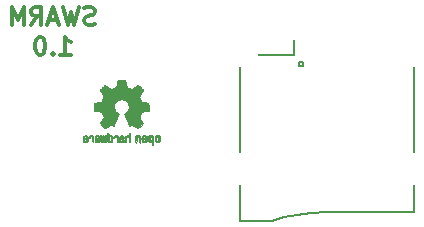
<source format=gbo>
G04 #@! TF.FileFunction,Legend,Bot*
%FSLAX46Y46*%
G04 Gerber Fmt 4.6, Leading zero omitted, Abs format (unit mm)*
G04 Created by KiCad (PCBNEW 4.0.5) date 12/27/16 09:40:05*
%MOMM*%
%LPD*%
G01*
G04 APERTURE LIST*
%ADD10C,0.100000*%
%ADD11C,0.300000*%
%ADD12C,0.150000*%
%ADD13C,0.010000*%
%ADD14C,3.400000*%
%ADD15R,2.127200X2.127200*%
%ADD16O,2.127200X2.127200*%
%ADD17R,2.432000X2.127200*%
%ADD18O,2.432000X2.127200*%
%ADD19C,1.299160*%
%ADD20R,1.600000X2.600000*%
%ADD21R,2.000000X1.800000*%
%ADD22R,1.600000X1.800000*%
%ADD23R,1.100000X2.000000*%
G04 APERTURE END LIST*
D10*
D11*
X109385714Y-82332143D02*
X109171428Y-82403571D01*
X108814285Y-82403571D01*
X108671428Y-82332143D01*
X108599999Y-82260714D01*
X108528571Y-82117857D01*
X108528571Y-81975000D01*
X108599999Y-81832143D01*
X108671428Y-81760714D01*
X108814285Y-81689286D01*
X109099999Y-81617857D01*
X109242857Y-81546429D01*
X109314285Y-81475000D01*
X109385714Y-81332143D01*
X109385714Y-81189286D01*
X109314285Y-81046429D01*
X109242857Y-80975000D01*
X109099999Y-80903571D01*
X108742857Y-80903571D01*
X108528571Y-80975000D01*
X108028571Y-80903571D02*
X107671428Y-82403571D01*
X107385714Y-81332143D01*
X107100000Y-82403571D01*
X106742857Y-80903571D01*
X106242857Y-81975000D02*
X105528571Y-81975000D01*
X106385714Y-82403571D02*
X105885714Y-80903571D01*
X105385714Y-82403571D01*
X104028571Y-82403571D02*
X104528571Y-81689286D01*
X104885714Y-82403571D02*
X104885714Y-80903571D01*
X104314286Y-80903571D01*
X104171428Y-80975000D01*
X104100000Y-81046429D01*
X104028571Y-81189286D01*
X104028571Y-81403571D01*
X104100000Y-81546429D01*
X104171428Y-81617857D01*
X104314286Y-81689286D01*
X104885714Y-81689286D01*
X103385714Y-82403571D02*
X103385714Y-80903571D01*
X102885714Y-81975000D01*
X102385714Y-80903571D01*
X102385714Y-82403571D01*
X106492857Y-84953571D02*
X107350000Y-84953571D01*
X106921428Y-84953571D02*
X106921428Y-83453571D01*
X107064285Y-83667857D01*
X107207143Y-83810714D01*
X107350000Y-83882143D01*
X105850000Y-84810714D02*
X105778572Y-84882143D01*
X105850000Y-84953571D01*
X105921429Y-84882143D01*
X105850000Y-84810714D01*
X105850000Y-84953571D01*
X104850000Y-83453571D02*
X104707143Y-83453571D01*
X104564286Y-83525000D01*
X104492857Y-83596429D01*
X104421428Y-83739286D01*
X104350000Y-84025000D01*
X104350000Y-84382143D01*
X104421428Y-84667857D01*
X104492857Y-84810714D01*
X104564286Y-84882143D01*
X104707143Y-84953571D01*
X104850000Y-84953571D01*
X104992857Y-84882143D01*
X105064286Y-84810714D01*
X105135714Y-84667857D01*
X105207143Y-84382143D01*
X105207143Y-84025000D01*
X105135714Y-83739286D01*
X105064286Y-83596429D01*
X104992857Y-83525000D01*
X104850000Y-83453571D01*
D12*
X136400000Y-98300000D02*
X129050000Y-98300000D01*
X129050000Y-98300000D02*
X127700000Y-98350000D01*
X127700000Y-98350000D02*
X126550000Y-98500000D01*
X126550000Y-98500000D02*
X125450000Y-98700000D01*
X125450000Y-98700000D02*
X124400000Y-99000000D01*
X126250000Y-85000000D02*
X126250000Y-83700000D01*
X136400000Y-93200000D02*
X136400000Y-86000000D01*
X136400000Y-96000000D02*
X136400000Y-98300000D01*
X124400000Y-99000000D02*
X121700000Y-99000000D01*
X121700000Y-99000000D02*
X121700000Y-96000000D01*
X121700000Y-86000000D02*
X121700000Y-93200000D01*
X126700000Y-85600000D02*
X127000000Y-85600000D01*
X127000000Y-85600000D02*
X127000000Y-85900000D01*
X127000000Y-85900000D02*
X126700000Y-85900000D01*
X126700000Y-85900000D02*
X126700000Y-85600000D01*
X126250000Y-85000000D02*
X123250000Y-85000000D01*
D13*
G36*
X114060256Y-91739918D02*
X114004799Y-91767568D01*
X113955852Y-91818480D01*
X113942371Y-91837338D01*
X113927686Y-91862015D01*
X113918158Y-91888816D01*
X113912707Y-91924587D01*
X113910253Y-91976169D01*
X113909714Y-92044267D01*
X113912148Y-92137588D01*
X113920606Y-92207657D01*
X113936826Y-92259931D01*
X113962546Y-92299869D01*
X113999503Y-92332929D01*
X114002218Y-92334886D01*
X114038640Y-92354908D01*
X114082498Y-92364815D01*
X114138276Y-92367257D01*
X114228952Y-92367257D01*
X114228990Y-92455283D01*
X114229834Y-92504308D01*
X114234976Y-92533065D01*
X114248413Y-92550311D01*
X114274142Y-92564808D01*
X114280321Y-92567769D01*
X114309236Y-92581648D01*
X114331624Y-92590414D01*
X114348271Y-92591171D01*
X114359964Y-92581023D01*
X114367490Y-92557073D01*
X114371634Y-92516426D01*
X114373185Y-92456186D01*
X114372929Y-92373455D01*
X114371651Y-92265339D01*
X114371252Y-92233000D01*
X114369815Y-92121524D01*
X114368528Y-92048603D01*
X114229029Y-92048603D01*
X114228245Y-92110499D01*
X114224760Y-92150997D01*
X114216876Y-92177708D01*
X114202895Y-92198244D01*
X114193403Y-92208260D01*
X114154596Y-92237567D01*
X114120237Y-92239952D01*
X114084784Y-92215750D01*
X114083886Y-92214857D01*
X114069461Y-92196153D01*
X114060687Y-92170732D01*
X114056261Y-92131584D01*
X114054882Y-92071697D01*
X114054857Y-92058430D01*
X114058188Y-91975901D01*
X114069031Y-91918691D01*
X114088660Y-91883766D01*
X114118350Y-91868094D01*
X114135509Y-91866514D01*
X114176234Y-91873926D01*
X114204168Y-91898330D01*
X114220983Y-91942980D01*
X114228350Y-92011130D01*
X114229029Y-92048603D01*
X114368528Y-92048603D01*
X114368292Y-92035245D01*
X114366323Y-91970333D01*
X114363550Y-91922958D01*
X114359612Y-91889290D01*
X114354151Y-91865498D01*
X114346808Y-91847753D01*
X114337223Y-91832224D01*
X114333113Y-91826381D01*
X114278595Y-91771185D01*
X114209664Y-91739890D01*
X114129928Y-91731165D01*
X114060256Y-91739918D01*
X114060256Y-91739918D01*
G37*
X114060256Y-91739918D02*
X114004799Y-91767568D01*
X113955852Y-91818480D01*
X113942371Y-91837338D01*
X113927686Y-91862015D01*
X113918158Y-91888816D01*
X113912707Y-91924587D01*
X113910253Y-91976169D01*
X113909714Y-92044267D01*
X113912148Y-92137588D01*
X113920606Y-92207657D01*
X113936826Y-92259931D01*
X113962546Y-92299869D01*
X113999503Y-92332929D01*
X114002218Y-92334886D01*
X114038640Y-92354908D01*
X114082498Y-92364815D01*
X114138276Y-92367257D01*
X114228952Y-92367257D01*
X114228990Y-92455283D01*
X114229834Y-92504308D01*
X114234976Y-92533065D01*
X114248413Y-92550311D01*
X114274142Y-92564808D01*
X114280321Y-92567769D01*
X114309236Y-92581648D01*
X114331624Y-92590414D01*
X114348271Y-92591171D01*
X114359964Y-92581023D01*
X114367490Y-92557073D01*
X114371634Y-92516426D01*
X114373185Y-92456186D01*
X114372929Y-92373455D01*
X114371651Y-92265339D01*
X114371252Y-92233000D01*
X114369815Y-92121524D01*
X114368528Y-92048603D01*
X114229029Y-92048603D01*
X114228245Y-92110499D01*
X114224760Y-92150997D01*
X114216876Y-92177708D01*
X114202895Y-92198244D01*
X114193403Y-92208260D01*
X114154596Y-92237567D01*
X114120237Y-92239952D01*
X114084784Y-92215750D01*
X114083886Y-92214857D01*
X114069461Y-92196153D01*
X114060687Y-92170732D01*
X114056261Y-92131584D01*
X114054882Y-92071697D01*
X114054857Y-92058430D01*
X114058188Y-91975901D01*
X114069031Y-91918691D01*
X114088660Y-91883766D01*
X114118350Y-91868094D01*
X114135509Y-91866514D01*
X114176234Y-91873926D01*
X114204168Y-91898330D01*
X114220983Y-91942980D01*
X114228350Y-92011130D01*
X114229029Y-92048603D01*
X114368528Y-92048603D01*
X114368292Y-92035245D01*
X114366323Y-91970333D01*
X114363550Y-91922958D01*
X114359612Y-91889290D01*
X114354151Y-91865498D01*
X114346808Y-91847753D01*
X114337223Y-91832224D01*
X114333113Y-91826381D01*
X114278595Y-91771185D01*
X114209664Y-91739890D01*
X114129928Y-91731165D01*
X114060256Y-91739918D01*
G36*
X112943907Y-91747780D02*
X112897328Y-91774723D01*
X112864943Y-91801466D01*
X112841258Y-91829484D01*
X112824941Y-91863748D01*
X112814661Y-91909227D01*
X112809086Y-91970892D01*
X112806884Y-92053711D01*
X112806629Y-92113246D01*
X112806629Y-92332391D01*
X112868314Y-92360044D01*
X112930000Y-92387697D01*
X112937257Y-92147670D01*
X112940256Y-92058028D01*
X112943402Y-91992962D01*
X112947299Y-91948026D01*
X112952553Y-91918770D01*
X112959769Y-91900748D01*
X112969550Y-91889511D01*
X112972688Y-91887079D01*
X113020239Y-91868083D01*
X113068303Y-91875600D01*
X113096914Y-91895543D01*
X113108553Y-91909675D01*
X113116609Y-91928220D01*
X113121729Y-91956334D01*
X113124559Y-91999173D01*
X113125744Y-92061895D01*
X113125943Y-92127261D01*
X113125982Y-92209268D01*
X113127386Y-92267316D01*
X113132086Y-92306465D01*
X113142013Y-92331780D01*
X113159097Y-92348323D01*
X113185268Y-92361156D01*
X113220225Y-92374491D01*
X113258404Y-92389007D01*
X113253859Y-92131389D01*
X113252029Y-92038519D01*
X113249888Y-91969889D01*
X113246819Y-91920711D01*
X113242206Y-91886198D01*
X113235432Y-91861562D01*
X113225881Y-91842016D01*
X113214366Y-91824770D01*
X113158810Y-91769680D01*
X113091020Y-91737822D01*
X113017287Y-91730191D01*
X112943907Y-91747780D01*
X112943907Y-91747780D01*
G37*
X112943907Y-91747780D02*
X112897328Y-91774723D01*
X112864943Y-91801466D01*
X112841258Y-91829484D01*
X112824941Y-91863748D01*
X112814661Y-91909227D01*
X112809086Y-91970892D01*
X112806884Y-92053711D01*
X112806629Y-92113246D01*
X112806629Y-92332391D01*
X112868314Y-92360044D01*
X112930000Y-92387697D01*
X112937257Y-92147670D01*
X112940256Y-92058028D01*
X112943402Y-91992962D01*
X112947299Y-91948026D01*
X112952553Y-91918770D01*
X112959769Y-91900748D01*
X112969550Y-91889511D01*
X112972688Y-91887079D01*
X113020239Y-91868083D01*
X113068303Y-91875600D01*
X113096914Y-91895543D01*
X113108553Y-91909675D01*
X113116609Y-91928220D01*
X113121729Y-91956334D01*
X113124559Y-91999173D01*
X113125744Y-92061895D01*
X113125943Y-92127261D01*
X113125982Y-92209268D01*
X113127386Y-92267316D01*
X113132086Y-92306465D01*
X113142013Y-92331780D01*
X113159097Y-92348323D01*
X113185268Y-92361156D01*
X113220225Y-92374491D01*
X113258404Y-92389007D01*
X113253859Y-92131389D01*
X113252029Y-92038519D01*
X113249888Y-91969889D01*
X113246819Y-91920711D01*
X113242206Y-91886198D01*
X113235432Y-91861562D01*
X113225881Y-91842016D01*
X113214366Y-91824770D01*
X113158810Y-91769680D01*
X113091020Y-91737822D01*
X113017287Y-91730191D01*
X112943907Y-91747780D01*
G36*
X114618885Y-91741962D02*
X114550855Y-91777733D01*
X114500649Y-91835301D01*
X114482815Y-91872312D01*
X114468937Y-91927882D01*
X114461833Y-91998096D01*
X114461160Y-92074727D01*
X114466573Y-92149552D01*
X114477730Y-92214342D01*
X114494286Y-92260873D01*
X114499374Y-92268887D01*
X114559645Y-92328707D01*
X114631231Y-92364535D01*
X114708908Y-92375020D01*
X114787452Y-92358810D01*
X114809311Y-92349092D01*
X114851878Y-92319143D01*
X114889237Y-92279433D01*
X114892768Y-92274397D01*
X114907119Y-92250124D01*
X114916606Y-92224178D01*
X114922210Y-92190022D01*
X114924914Y-92141119D01*
X114925701Y-92070935D01*
X114925714Y-92055200D01*
X114925678Y-92050192D01*
X114780571Y-92050192D01*
X114779727Y-92116430D01*
X114776404Y-92160386D01*
X114769417Y-92188779D01*
X114757584Y-92208325D01*
X114751543Y-92214857D01*
X114716814Y-92239680D01*
X114683097Y-92238548D01*
X114649005Y-92217016D01*
X114628671Y-92194029D01*
X114616629Y-92160478D01*
X114609866Y-92107569D01*
X114609402Y-92101399D01*
X114608248Y-92005513D01*
X114620312Y-91934299D01*
X114645430Y-91888194D01*
X114683440Y-91867635D01*
X114697008Y-91866514D01*
X114732636Y-91872152D01*
X114757006Y-91891686D01*
X114771907Y-91929042D01*
X114779125Y-91988150D01*
X114780571Y-92050192D01*
X114925678Y-92050192D01*
X114925174Y-91980413D01*
X114922904Y-91928159D01*
X114917932Y-91891949D01*
X114909287Y-91865299D01*
X114895995Y-91841722D01*
X114893057Y-91837338D01*
X114843687Y-91778249D01*
X114789891Y-91743947D01*
X114724398Y-91730331D01*
X114702158Y-91729665D01*
X114618885Y-91741962D01*
X114618885Y-91741962D01*
G37*
X114618885Y-91741962D02*
X114550855Y-91777733D01*
X114500649Y-91835301D01*
X114482815Y-91872312D01*
X114468937Y-91927882D01*
X114461833Y-91998096D01*
X114461160Y-92074727D01*
X114466573Y-92149552D01*
X114477730Y-92214342D01*
X114494286Y-92260873D01*
X114499374Y-92268887D01*
X114559645Y-92328707D01*
X114631231Y-92364535D01*
X114708908Y-92375020D01*
X114787452Y-92358810D01*
X114809311Y-92349092D01*
X114851878Y-92319143D01*
X114889237Y-92279433D01*
X114892768Y-92274397D01*
X114907119Y-92250124D01*
X114916606Y-92224178D01*
X114922210Y-92190022D01*
X114924914Y-92141119D01*
X114925701Y-92070935D01*
X114925714Y-92055200D01*
X114925678Y-92050192D01*
X114780571Y-92050192D01*
X114779727Y-92116430D01*
X114776404Y-92160386D01*
X114769417Y-92188779D01*
X114757584Y-92208325D01*
X114751543Y-92214857D01*
X114716814Y-92239680D01*
X114683097Y-92238548D01*
X114649005Y-92217016D01*
X114628671Y-92194029D01*
X114616629Y-92160478D01*
X114609866Y-92107569D01*
X114609402Y-92101399D01*
X114608248Y-92005513D01*
X114620312Y-91934299D01*
X114645430Y-91888194D01*
X114683440Y-91867635D01*
X114697008Y-91866514D01*
X114732636Y-91872152D01*
X114757006Y-91891686D01*
X114771907Y-91929042D01*
X114779125Y-91988150D01*
X114780571Y-92050192D01*
X114925678Y-92050192D01*
X114925174Y-91980413D01*
X114922904Y-91928159D01*
X114917932Y-91891949D01*
X114909287Y-91865299D01*
X114895995Y-91841722D01*
X114893057Y-91837338D01*
X114843687Y-91778249D01*
X114789891Y-91743947D01*
X114724398Y-91730331D01*
X114702158Y-91729665D01*
X114618885Y-91741962D01*
G36*
X113491697Y-91751239D02*
X113434473Y-91789735D01*
X113390251Y-91845335D01*
X113363833Y-91916086D01*
X113358490Y-91968162D01*
X113359097Y-91989893D01*
X113364178Y-92006531D01*
X113378145Y-92021437D01*
X113405411Y-92037973D01*
X113450388Y-92059498D01*
X113517489Y-92089374D01*
X113517829Y-92089524D01*
X113579593Y-92117813D01*
X113630241Y-92142933D01*
X113664596Y-92162179D01*
X113677482Y-92172848D01*
X113677486Y-92172934D01*
X113666128Y-92196166D01*
X113639569Y-92221774D01*
X113609077Y-92240221D01*
X113593630Y-92243886D01*
X113551485Y-92231212D01*
X113515192Y-92199471D01*
X113497483Y-92164572D01*
X113480448Y-92138845D01*
X113447078Y-92109546D01*
X113407851Y-92084235D01*
X113373244Y-92070471D01*
X113366007Y-92069714D01*
X113357861Y-92082160D01*
X113357370Y-92113972D01*
X113363357Y-92156866D01*
X113374643Y-92202558D01*
X113390050Y-92242761D01*
X113390829Y-92244322D01*
X113437196Y-92309062D01*
X113497289Y-92353097D01*
X113565535Y-92374711D01*
X113636362Y-92372185D01*
X113704196Y-92343804D01*
X113707212Y-92341808D01*
X113760573Y-92293448D01*
X113795660Y-92230352D01*
X113815078Y-92147387D01*
X113817684Y-92124078D01*
X113822299Y-92014055D01*
X113816767Y-91962748D01*
X113677486Y-91962748D01*
X113675676Y-91994753D01*
X113665778Y-92004093D01*
X113641102Y-91997105D01*
X113602205Y-91980587D01*
X113558725Y-91959881D01*
X113557644Y-91959333D01*
X113520791Y-91939949D01*
X113506000Y-91927013D01*
X113509647Y-91913451D01*
X113525005Y-91895632D01*
X113564077Y-91869845D01*
X113606154Y-91867950D01*
X113643897Y-91886717D01*
X113669966Y-91922915D01*
X113677486Y-91962748D01*
X113816767Y-91962748D01*
X113812806Y-91926027D01*
X113788450Y-91856212D01*
X113754544Y-91807302D01*
X113693347Y-91757878D01*
X113625937Y-91733359D01*
X113557120Y-91731797D01*
X113491697Y-91751239D01*
X113491697Y-91751239D01*
G37*
X113491697Y-91751239D02*
X113434473Y-91789735D01*
X113390251Y-91845335D01*
X113363833Y-91916086D01*
X113358490Y-91968162D01*
X113359097Y-91989893D01*
X113364178Y-92006531D01*
X113378145Y-92021437D01*
X113405411Y-92037973D01*
X113450388Y-92059498D01*
X113517489Y-92089374D01*
X113517829Y-92089524D01*
X113579593Y-92117813D01*
X113630241Y-92142933D01*
X113664596Y-92162179D01*
X113677482Y-92172848D01*
X113677486Y-92172934D01*
X113666128Y-92196166D01*
X113639569Y-92221774D01*
X113609077Y-92240221D01*
X113593630Y-92243886D01*
X113551485Y-92231212D01*
X113515192Y-92199471D01*
X113497483Y-92164572D01*
X113480448Y-92138845D01*
X113447078Y-92109546D01*
X113407851Y-92084235D01*
X113373244Y-92070471D01*
X113366007Y-92069714D01*
X113357861Y-92082160D01*
X113357370Y-92113972D01*
X113363357Y-92156866D01*
X113374643Y-92202558D01*
X113390050Y-92242761D01*
X113390829Y-92244322D01*
X113437196Y-92309062D01*
X113497289Y-92353097D01*
X113565535Y-92374711D01*
X113636362Y-92372185D01*
X113704196Y-92343804D01*
X113707212Y-92341808D01*
X113760573Y-92293448D01*
X113795660Y-92230352D01*
X113815078Y-92147387D01*
X113817684Y-92124078D01*
X113822299Y-92014055D01*
X113816767Y-91962748D01*
X113677486Y-91962748D01*
X113675676Y-91994753D01*
X113665778Y-92004093D01*
X113641102Y-91997105D01*
X113602205Y-91980587D01*
X113558725Y-91959881D01*
X113557644Y-91959333D01*
X113520791Y-91939949D01*
X113506000Y-91927013D01*
X113509647Y-91913451D01*
X113525005Y-91895632D01*
X113564077Y-91869845D01*
X113606154Y-91867950D01*
X113643897Y-91886717D01*
X113669966Y-91922915D01*
X113677486Y-91962748D01*
X113816767Y-91962748D01*
X113812806Y-91926027D01*
X113788450Y-91856212D01*
X113754544Y-91807302D01*
X113693347Y-91757878D01*
X113625937Y-91733359D01*
X113557120Y-91731797D01*
X113491697Y-91751239D01*
G36*
X112284114Y-91671289D02*
X112279861Y-91730613D01*
X112274975Y-91765572D01*
X112268205Y-91780820D01*
X112258298Y-91781015D01*
X112255086Y-91779195D01*
X112212356Y-91766015D01*
X112156773Y-91766785D01*
X112100263Y-91780333D01*
X112064918Y-91797861D01*
X112028679Y-91825861D01*
X112002187Y-91857549D01*
X111984001Y-91897813D01*
X111972678Y-91951543D01*
X111966778Y-92023626D01*
X111964857Y-92118951D01*
X111964823Y-92137237D01*
X111964800Y-92342646D01*
X112010509Y-92358580D01*
X112042973Y-92369420D01*
X112060785Y-92374468D01*
X112061309Y-92374514D01*
X112063063Y-92360828D01*
X112064556Y-92323076D01*
X112065674Y-92266224D01*
X112066303Y-92195234D01*
X112066400Y-92152073D01*
X112066602Y-92066973D01*
X112067642Y-92005981D01*
X112070169Y-91964177D01*
X112074836Y-91936642D01*
X112082293Y-91918456D01*
X112093189Y-91904698D01*
X112099993Y-91898073D01*
X112146728Y-91871375D01*
X112197728Y-91869375D01*
X112243999Y-91891955D01*
X112252556Y-91900107D01*
X112265107Y-91915436D01*
X112273812Y-91933618D01*
X112279369Y-91959909D01*
X112282474Y-91999562D01*
X112283824Y-92057832D01*
X112284114Y-92138173D01*
X112284114Y-92342646D01*
X112329823Y-92358580D01*
X112362287Y-92369420D01*
X112380099Y-92374468D01*
X112380623Y-92374514D01*
X112381963Y-92360623D01*
X112383172Y-92321439D01*
X112384199Y-92260700D01*
X112384998Y-92182141D01*
X112385519Y-92089498D01*
X112385714Y-91986509D01*
X112385714Y-91589342D01*
X112338543Y-91569444D01*
X112291371Y-91549547D01*
X112284114Y-91671289D01*
X112284114Y-91671289D01*
G37*
X112284114Y-91671289D02*
X112279861Y-91730613D01*
X112274975Y-91765572D01*
X112268205Y-91780820D01*
X112258298Y-91781015D01*
X112255086Y-91779195D01*
X112212356Y-91766015D01*
X112156773Y-91766785D01*
X112100263Y-91780333D01*
X112064918Y-91797861D01*
X112028679Y-91825861D01*
X112002187Y-91857549D01*
X111984001Y-91897813D01*
X111972678Y-91951543D01*
X111966778Y-92023626D01*
X111964857Y-92118951D01*
X111964823Y-92137237D01*
X111964800Y-92342646D01*
X112010509Y-92358580D01*
X112042973Y-92369420D01*
X112060785Y-92374468D01*
X112061309Y-92374514D01*
X112063063Y-92360828D01*
X112064556Y-92323076D01*
X112065674Y-92266224D01*
X112066303Y-92195234D01*
X112066400Y-92152073D01*
X112066602Y-92066973D01*
X112067642Y-92005981D01*
X112070169Y-91964177D01*
X112074836Y-91936642D01*
X112082293Y-91918456D01*
X112093189Y-91904698D01*
X112099993Y-91898073D01*
X112146728Y-91871375D01*
X112197728Y-91869375D01*
X112243999Y-91891955D01*
X112252556Y-91900107D01*
X112265107Y-91915436D01*
X112273812Y-91933618D01*
X112279369Y-91959909D01*
X112282474Y-91999562D01*
X112283824Y-92057832D01*
X112284114Y-92138173D01*
X112284114Y-92342646D01*
X112329823Y-92358580D01*
X112362287Y-92369420D01*
X112380099Y-92374468D01*
X112380623Y-92374514D01*
X112381963Y-92360623D01*
X112383172Y-92321439D01*
X112384199Y-92260700D01*
X112384998Y-92182141D01*
X112385519Y-92089498D01*
X112385714Y-91986509D01*
X112385714Y-91589342D01*
X112338543Y-91569444D01*
X112291371Y-91549547D01*
X112284114Y-91671289D01*
G36*
X111620256Y-91770968D02*
X111563384Y-91792087D01*
X111562733Y-91792493D01*
X111527560Y-91818380D01*
X111501593Y-91848633D01*
X111483330Y-91888058D01*
X111471268Y-91941462D01*
X111463904Y-92013651D01*
X111459736Y-92109432D01*
X111459371Y-92123078D01*
X111454124Y-92328842D01*
X111498284Y-92351678D01*
X111530237Y-92367110D01*
X111549530Y-92374423D01*
X111550422Y-92374514D01*
X111553761Y-92361022D01*
X111556413Y-92324626D01*
X111558044Y-92271452D01*
X111558400Y-92228393D01*
X111558408Y-92158641D01*
X111561597Y-92114837D01*
X111572712Y-92093944D01*
X111596499Y-92092925D01*
X111637704Y-92108741D01*
X111699914Y-92137815D01*
X111745659Y-92161963D01*
X111769187Y-92182913D01*
X111776104Y-92205747D01*
X111776114Y-92206877D01*
X111764701Y-92246212D01*
X111730908Y-92267462D01*
X111679191Y-92270539D01*
X111641939Y-92270006D01*
X111622297Y-92280735D01*
X111610048Y-92306505D01*
X111602998Y-92339337D01*
X111613158Y-92357966D01*
X111616983Y-92360632D01*
X111652999Y-92371340D01*
X111703434Y-92372856D01*
X111755374Y-92365759D01*
X111792178Y-92352788D01*
X111843062Y-92309585D01*
X111871986Y-92249446D01*
X111877714Y-92202462D01*
X111873343Y-92160082D01*
X111857525Y-92125488D01*
X111826203Y-92094763D01*
X111775322Y-92063990D01*
X111700824Y-92029252D01*
X111696286Y-92027288D01*
X111629179Y-91996287D01*
X111587768Y-91970862D01*
X111570019Y-91948014D01*
X111573893Y-91924745D01*
X111597357Y-91898056D01*
X111604373Y-91891914D01*
X111651370Y-91868100D01*
X111700067Y-91869103D01*
X111742478Y-91892451D01*
X111770616Y-91935675D01*
X111773231Y-91944160D01*
X111798692Y-91985308D01*
X111830999Y-92005128D01*
X111877714Y-92024770D01*
X111877714Y-91973950D01*
X111863504Y-91900082D01*
X111821325Y-91832327D01*
X111799376Y-91809661D01*
X111749483Y-91780569D01*
X111686033Y-91767400D01*
X111620256Y-91770968D01*
X111620256Y-91770968D01*
G37*
X111620256Y-91770968D02*
X111563384Y-91792087D01*
X111562733Y-91792493D01*
X111527560Y-91818380D01*
X111501593Y-91848633D01*
X111483330Y-91888058D01*
X111471268Y-91941462D01*
X111463904Y-92013651D01*
X111459736Y-92109432D01*
X111459371Y-92123078D01*
X111454124Y-92328842D01*
X111498284Y-92351678D01*
X111530237Y-92367110D01*
X111549530Y-92374423D01*
X111550422Y-92374514D01*
X111553761Y-92361022D01*
X111556413Y-92324626D01*
X111558044Y-92271452D01*
X111558400Y-92228393D01*
X111558408Y-92158641D01*
X111561597Y-92114837D01*
X111572712Y-92093944D01*
X111596499Y-92092925D01*
X111637704Y-92108741D01*
X111699914Y-92137815D01*
X111745659Y-92161963D01*
X111769187Y-92182913D01*
X111776104Y-92205747D01*
X111776114Y-92206877D01*
X111764701Y-92246212D01*
X111730908Y-92267462D01*
X111679191Y-92270539D01*
X111641939Y-92270006D01*
X111622297Y-92280735D01*
X111610048Y-92306505D01*
X111602998Y-92339337D01*
X111613158Y-92357966D01*
X111616983Y-92360632D01*
X111652999Y-92371340D01*
X111703434Y-92372856D01*
X111755374Y-92365759D01*
X111792178Y-92352788D01*
X111843062Y-92309585D01*
X111871986Y-92249446D01*
X111877714Y-92202462D01*
X111873343Y-92160082D01*
X111857525Y-92125488D01*
X111826203Y-92094763D01*
X111775322Y-92063990D01*
X111700824Y-92029252D01*
X111696286Y-92027288D01*
X111629179Y-91996287D01*
X111587768Y-91970862D01*
X111570019Y-91948014D01*
X111573893Y-91924745D01*
X111597357Y-91898056D01*
X111604373Y-91891914D01*
X111651370Y-91868100D01*
X111700067Y-91869103D01*
X111742478Y-91892451D01*
X111770616Y-91935675D01*
X111773231Y-91944160D01*
X111798692Y-91985308D01*
X111830999Y-92005128D01*
X111877714Y-92024770D01*
X111877714Y-91973950D01*
X111863504Y-91900082D01*
X111821325Y-91832327D01*
X111799376Y-91809661D01*
X111749483Y-91780569D01*
X111686033Y-91767400D01*
X111620256Y-91770968D01*
G36*
X111130074Y-91769755D02*
X111064142Y-91794084D01*
X111010727Y-91837117D01*
X110989836Y-91867409D01*
X110967061Y-91922994D01*
X110967534Y-91963186D01*
X110991438Y-91990217D01*
X111000283Y-91994813D01*
X111038470Y-92009144D01*
X111057972Y-92005472D01*
X111064578Y-91981407D01*
X111064914Y-91968114D01*
X111077008Y-91919210D01*
X111108529Y-91884999D01*
X111152341Y-91868476D01*
X111201305Y-91872634D01*
X111241106Y-91894227D01*
X111254550Y-91906544D01*
X111264079Y-91921487D01*
X111270515Y-91944075D01*
X111274683Y-91979328D01*
X111277403Y-92032266D01*
X111279498Y-92107907D01*
X111280040Y-92131857D01*
X111282019Y-92213790D01*
X111284269Y-92271455D01*
X111287643Y-92309608D01*
X111292994Y-92333004D01*
X111301176Y-92346398D01*
X111313041Y-92354545D01*
X111320638Y-92358144D01*
X111352898Y-92370452D01*
X111371889Y-92374514D01*
X111378164Y-92360948D01*
X111381994Y-92319934D01*
X111383400Y-92250999D01*
X111382402Y-92153669D01*
X111382092Y-92138657D01*
X111379899Y-92049859D01*
X111377307Y-91985019D01*
X111373618Y-91939067D01*
X111368136Y-91906935D01*
X111360165Y-91883553D01*
X111349007Y-91863852D01*
X111343170Y-91855410D01*
X111309704Y-91818057D01*
X111272273Y-91789003D01*
X111267691Y-91786467D01*
X111200574Y-91766443D01*
X111130074Y-91769755D01*
X111130074Y-91769755D01*
G37*
X111130074Y-91769755D02*
X111064142Y-91794084D01*
X111010727Y-91837117D01*
X110989836Y-91867409D01*
X110967061Y-91922994D01*
X110967534Y-91963186D01*
X110991438Y-91990217D01*
X111000283Y-91994813D01*
X111038470Y-92009144D01*
X111057972Y-92005472D01*
X111064578Y-91981407D01*
X111064914Y-91968114D01*
X111077008Y-91919210D01*
X111108529Y-91884999D01*
X111152341Y-91868476D01*
X111201305Y-91872634D01*
X111241106Y-91894227D01*
X111254550Y-91906544D01*
X111264079Y-91921487D01*
X111270515Y-91944075D01*
X111274683Y-91979328D01*
X111277403Y-92032266D01*
X111279498Y-92107907D01*
X111280040Y-92131857D01*
X111282019Y-92213790D01*
X111284269Y-92271455D01*
X111287643Y-92309608D01*
X111292994Y-92333004D01*
X111301176Y-92346398D01*
X111313041Y-92354545D01*
X111320638Y-92358144D01*
X111352898Y-92370452D01*
X111371889Y-92374514D01*
X111378164Y-92360948D01*
X111381994Y-92319934D01*
X111383400Y-92250999D01*
X111382402Y-92153669D01*
X111382092Y-92138657D01*
X111379899Y-92049859D01*
X111377307Y-91985019D01*
X111373618Y-91939067D01*
X111368136Y-91906935D01*
X111360165Y-91883553D01*
X111349007Y-91863852D01*
X111343170Y-91855410D01*
X111309704Y-91818057D01*
X111272273Y-91789003D01*
X111267691Y-91786467D01*
X111200574Y-91766443D01*
X111130074Y-91769755D01*
G36*
X110469883Y-91885358D02*
X110470067Y-91993837D01*
X110470781Y-92077287D01*
X110472325Y-92139704D01*
X110474999Y-92185085D01*
X110479106Y-92217429D01*
X110484945Y-92240733D01*
X110492818Y-92258995D01*
X110498779Y-92269418D01*
X110548145Y-92325945D01*
X110610736Y-92361377D01*
X110679987Y-92374090D01*
X110749332Y-92362463D01*
X110790625Y-92341568D01*
X110833975Y-92305422D01*
X110863519Y-92261276D01*
X110881345Y-92203462D01*
X110889537Y-92126313D01*
X110890698Y-92069714D01*
X110890542Y-92065647D01*
X110789143Y-92065647D01*
X110788524Y-92130550D01*
X110785686Y-92173514D01*
X110779160Y-92201622D01*
X110767477Y-92221953D01*
X110753517Y-92237288D01*
X110706635Y-92266890D01*
X110656299Y-92269419D01*
X110608724Y-92244705D01*
X110605021Y-92241356D01*
X110589217Y-92223935D01*
X110579307Y-92203209D01*
X110573942Y-92172362D01*
X110571772Y-92124577D01*
X110571429Y-92071748D01*
X110572173Y-92005381D01*
X110575252Y-91961106D01*
X110581939Y-91932009D01*
X110593504Y-91911173D01*
X110602987Y-91900107D01*
X110647040Y-91872198D01*
X110697776Y-91868843D01*
X110746204Y-91890159D01*
X110755550Y-91898073D01*
X110771460Y-91915647D01*
X110781390Y-91936587D01*
X110786722Y-91967782D01*
X110788837Y-92016122D01*
X110789143Y-92065647D01*
X110890542Y-92065647D01*
X110887190Y-91978568D01*
X110875274Y-91910086D01*
X110852865Y-91858600D01*
X110817876Y-91818443D01*
X110790625Y-91797861D01*
X110741093Y-91775625D01*
X110683684Y-91765304D01*
X110630318Y-91768067D01*
X110600457Y-91779212D01*
X110588739Y-91782383D01*
X110580963Y-91770557D01*
X110575535Y-91738866D01*
X110571429Y-91690593D01*
X110566933Y-91636829D01*
X110560687Y-91604482D01*
X110549324Y-91585985D01*
X110529472Y-91573770D01*
X110517000Y-91568362D01*
X110469829Y-91548601D01*
X110469883Y-91885358D01*
X110469883Y-91885358D01*
G37*
X110469883Y-91885358D02*
X110470067Y-91993837D01*
X110470781Y-92077287D01*
X110472325Y-92139704D01*
X110474999Y-92185085D01*
X110479106Y-92217429D01*
X110484945Y-92240733D01*
X110492818Y-92258995D01*
X110498779Y-92269418D01*
X110548145Y-92325945D01*
X110610736Y-92361377D01*
X110679987Y-92374090D01*
X110749332Y-92362463D01*
X110790625Y-92341568D01*
X110833975Y-92305422D01*
X110863519Y-92261276D01*
X110881345Y-92203462D01*
X110889537Y-92126313D01*
X110890698Y-92069714D01*
X110890542Y-92065647D01*
X110789143Y-92065647D01*
X110788524Y-92130550D01*
X110785686Y-92173514D01*
X110779160Y-92201622D01*
X110767477Y-92221953D01*
X110753517Y-92237288D01*
X110706635Y-92266890D01*
X110656299Y-92269419D01*
X110608724Y-92244705D01*
X110605021Y-92241356D01*
X110589217Y-92223935D01*
X110579307Y-92203209D01*
X110573942Y-92172362D01*
X110571772Y-92124577D01*
X110571429Y-92071748D01*
X110572173Y-92005381D01*
X110575252Y-91961106D01*
X110581939Y-91932009D01*
X110593504Y-91911173D01*
X110602987Y-91900107D01*
X110647040Y-91872198D01*
X110697776Y-91868843D01*
X110746204Y-91890159D01*
X110755550Y-91898073D01*
X110771460Y-91915647D01*
X110781390Y-91936587D01*
X110786722Y-91967782D01*
X110788837Y-92016122D01*
X110789143Y-92065647D01*
X110890542Y-92065647D01*
X110887190Y-91978568D01*
X110875274Y-91910086D01*
X110852865Y-91858600D01*
X110817876Y-91818443D01*
X110790625Y-91797861D01*
X110741093Y-91775625D01*
X110683684Y-91765304D01*
X110630318Y-91768067D01*
X110600457Y-91779212D01*
X110588739Y-91782383D01*
X110580963Y-91770557D01*
X110575535Y-91738866D01*
X110571429Y-91690593D01*
X110566933Y-91636829D01*
X110560687Y-91604482D01*
X110549324Y-91585985D01*
X110529472Y-91573770D01*
X110517000Y-91568362D01*
X110469829Y-91548601D01*
X110469883Y-91885358D01*
G36*
X109880167Y-91778663D02*
X109877952Y-91816850D01*
X109876216Y-91874886D01*
X109875101Y-91948180D01*
X109874743Y-92025055D01*
X109874743Y-92285196D01*
X109920674Y-92331127D01*
X109952325Y-92359429D01*
X109980110Y-92370893D01*
X110018085Y-92370168D01*
X110033160Y-92368321D01*
X110080274Y-92362948D01*
X110119244Y-92359869D01*
X110128743Y-92359585D01*
X110160767Y-92361445D01*
X110206568Y-92366114D01*
X110224326Y-92368321D01*
X110267943Y-92371735D01*
X110297255Y-92364320D01*
X110326320Y-92341427D01*
X110336812Y-92331127D01*
X110382743Y-92285196D01*
X110382743Y-91798602D01*
X110345774Y-91781758D01*
X110313941Y-91769282D01*
X110295317Y-91764914D01*
X110290542Y-91778718D01*
X110286079Y-91817286D01*
X110282225Y-91876356D01*
X110279278Y-91951663D01*
X110277857Y-92015286D01*
X110273886Y-92265657D01*
X110239241Y-92270556D01*
X110207732Y-92267131D01*
X110192292Y-92256041D01*
X110187977Y-92235308D01*
X110184292Y-92191145D01*
X110181531Y-92129146D01*
X110179988Y-92054909D01*
X110179765Y-92016706D01*
X110179543Y-91796783D01*
X110133834Y-91780849D01*
X110101482Y-91770015D01*
X110083885Y-91764962D01*
X110083377Y-91764914D01*
X110081612Y-91778648D01*
X110079671Y-91816730D01*
X110077718Y-91874482D01*
X110075916Y-91947227D01*
X110074657Y-92015286D01*
X110070686Y-92265657D01*
X109983600Y-92265657D01*
X109979604Y-92037240D01*
X109975608Y-91808822D01*
X109933153Y-91786868D01*
X109901808Y-91771793D01*
X109883256Y-91764951D01*
X109882721Y-91764914D01*
X109880167Y-91778663D01*
X109880167Y-91778663D01*
G37*
X109880167Y-91778663D02*
X109877952Y-91816850D01*
X109876216Y-91874886D01*
X109875101Y-91948180D01*
X109874743Y-92025055D01*
X109874743Y-92285196D01*
X109920674Y-92331127D01*
X109952325Y-92359429D01*
X109980110Y-92370893D01*
X110018085Y-92370168D01*
X110033160Y-92368321D01*
X110080274Y-92362948D01*
X110119244Y-92359869D01*
X110128743Y-92359585D01*
X110160767Y-92361445D01*
X110206568Y-92366114D01*
X110224326Y-92368321D01*
X110267943Y-92371735D01*
X110297255Y-92364320D01*
X110326320Y-92341427D01*
X110336812Y-92331127D01*
X110382743Y-92285196D01*
X110382743Y-91798602D01*
X110345774Y-91781758D01*
X110313941Y-91769282D01*
X110295317Y-91764914D01*
X110290542Y-91778718D01*
X110286079Y-91817286D01*
X110282225Y-91876356D01*
X110279278Y-91951663D01*
X110277857Y-92015286D01*
X110273886Y-92265657D01*
X110239241Y-92270556D01*
X110207732Y-92267131D01*
X110192292Y-92256041D01*
X110187977Y-92235308D01*
X110184292Y-92191145D01*
X110181531Y-92129146D01*
X110179988Y-92054909D01*
X110179765Y-92016706D01*
X110179543Y-91796783D01*
X110133834Y-91780849D01*
X110101482Y-91770015D01*
X110083885Y-91764962D01*
X110083377Y-91764914D01*
X110081612Y-91778648D01*
X110079671Y-91816730D01*
X110077718Y-91874482D01*
X110075916Y-91947227D01*
X110074657Y-92015286D01*
X110070686Y-92265657D01*
X109983600Y-92265657D01*
X109979604Y-92037240D01*
X109975608Y-91808822D01*
X109933153Y-91786868D01*
X109901808Y-91771793D01*
X109883256Y-91764951D01*
X109882721Y-91764914D01*
X109880167Y-91778663D01*
G36*
X109515124Y-91776335D02*
X109473333Y-91795344D01*
X109440531Y-91818378D01*
X109416497Y-91844133D01*
X109399903Y-91877358D01*
X109389423Y-91922800D01*
X109383729Y-91985207D01*
X109381493Y-92069327D01*
X109381257Y-92124721D01*
X109381257Y-92340826D01*
X109418226Y-92357670D01*
X109447344Y-92369981D01*
X109461769Y-92374514D01*
X109464528Y-92361025D01*
X109466718Y-92324653D01*
X109468058Y-92271542D01*
X109468343Y-92229372D01*
X109469566Y-92168447D01*
X109472864Y-92120115D01*
X109477679Y-92090518D01*
X109481504Y-92084229D01*
X109507217Y-92090652D01*
X109547582Y-92107125D01*
X109594321Y-92129458D01*
X109639155Y-92153457D01*
X109673807Y-92174930D01*
X109689998Y-92189685D01*
X109690062Y-92189845D01*
X109688670Y-92217152D01*
X109676182Y-92243219D01*
X109654257Y-92264392D01*
X109622257Y-92271474D01*
X109594908Y-92270649D01*
X109556174Y-92270042D01*
X109535842Y-92279116D01*
X109523631Y-92303092D01*
X109522091Y-92307613D01*
X109516797Y-92341806D01*
X109530953Y-92362568D01*
X109567852Y-92372462D01*
X109607711Y-92374292D01*
X109679438Y-92360727D01*
X109716568Y-92341355D01*
X109762424Y-92295845D01*
X109786744Y-92239983D01*
X109788927Y-92180957D01*
X109768371Y-92125953D01*
X109737451Y-92091486D01*
X109706580Y-92072189D01*
X109658058Y-92047759D01*
X109601515Y-92022985D01*
X109592090Y-92019199D01*
X109529981Y-91991791D01*
X109494178Y-91967634D01*
X109482663Y-91943619D01*
X109493420Y-91916635D01*
X109511886Y-91895543D01*
X109555531Y-91869572D01*
X109603554Y-91867624D01*
X109647594Y-91887637D01*
X109679291Y-91927551D01*
X109683451Y-91937848D01*
X109707673Y-91975724D01*
X109743035Y-92003842D01*
X109787657Y-92026917D01*
X109787657Y-91961485D01*
X109785031Y-91921506D01*
X109773770Y-91889997D01*
X109748801Y-91856378D01*
X109724831Y-91830484D01*
X109687559Y-91793817D01*
X109658599Y-91774121D01*
X109627495Y-91766220D01*
X109592287Y-91764914D01*
X109515124Y-91776335D01*
X109515124Y-91776335D01*
G37*
X109515124Y-91776335D02*
X109473333Y-91795344D01*
X109440531Y-91818378D01*
X109416497Y-91844133D01*
X109399903Y-91877358D01*
X109389423Y-91922800D01*
X109383729Y-91985207D01*
X109381493Y-92069327D01*
X109381257Y-92124721D01*
X109381257Y-92340826D01*
X109418226Y-92357670D01*
X109447344Y-92369981D01*
X109461769Y-92374514D01*
X109464528Y-92361025D01*
X109466718Y-92324653D01*
X109468058Y-92271542D01*
X109468343Y-92229372D01*
X109469566Y-92168447D01*
X109472864Y-92120115D01*
X109477679Y-92090518D01*
X109481504Y-92084229D01*
X109507217Y-92090652D01*
X109547582Y-92107125D01*
X109594321Y-92129458D01*
X109639155Y-92153457D01*
X109673807Y-92174930D01*
X109689998Y-92189685D01*
X109690062Y-92189845D01*
X109688670Y-92217152D01*
X109676182Y-92243219D01*
X109654257Y-92264392D01*
X109622257Y-92271474D01*
X109594908Y-92270649D01*
X109556174Y-92270042D01*
X109535842Y-92279116D01*
X109523631Y-92303092D01*
X109522091Y-92307613D01*
X109516797Y-92341806D01*
X109530953Y-92362568D01*
X109567852Y-92372462D01*
X109607711Y-92374292D01*
X109679438Y-92360727D01*
X109716568Y-92341355D01*
X109762424Y-92295845D01*
X109786744Y-92239983D01*
X109788927Y-92180957D01*
X109768371Y-92125953D01*
X109737451Y-92091486D01*
X109706580Y-92072189D01*
X109658058Y-92047759D01*
X109601515Y-92022985D01*
X109592090Y-92019199D01*
X109529981Y-91991791D01*
X109494178Y-91967634D01*
X109482663Y-91943619D01*
X109493420Y-91916635D01*
X109511886Y-91895543D01*
X109555531Y-91869572D01*
X109603554Y-91867624D01*
X109647594Y-91887637D01*
X109679291Y-91927551D01*
X109683451Y-91937848D01*
X109707673Y-91975724D01*
X109743035Y-92003842D01*
X109787657Y-92026917D01*
X109787657Y-91961485D01*
X109785031Y-91921506D01*
X109773770Y-91889997D01*
X109748801Y-91856378D01*
X109724831Y-91830484D01*
X109687559Y-91793817D01*
X109658599Y-91774121D01*
X109627495Y-91766220D01*
X109592287Y-91764914D01*
X109515124Y-91776335D01*
G36*
X109007400Y-91778752D02*
X108990052Y-91786334D01*
X108948644Y-91819128D01*
X108913235Y-91866547D01*
X108891336Y-91917151D01*
X108887771Y-91942098D01*
X108899721Y-91976927D01*
X108925933Y-91995357D01*
X108954036Y-92006516D01*
X108966905Y-92008572D01*
X108973171Y-91993649D01*
X108985544Y-91961175D01*
X108990972Y-91946502D01*
X109021410Y-91895744D01*
X109065480Y-91870427D01*
X109121990Y-91871206D01*
X109126175Y-91872203D01*
X109156345Y-91886507D01*
X109178524Y-91914393D01*
X109193673Y-91959287D01*
X109202750Y-92024615D01*
X109206714Y-92113804D01*
X109207086Y-92161261D01*
X109207270Y-92236071D01*
X109208478Y-92287069D01*
X109211691Y-92319471D01*
X109217891Y-92338495D01*
X109228060Y-92349356D01*
X109243181Y-92357272D01*
X109244054Y-92357670D01*
X109273172Y-92369981D01*
X109287597Y-92374514D01*
X109289814Y-92360809D01*
X109291711Y-92322925D01*
X109293153Y-92265715D01*
X109294002Y-92194027D01*
X109294171Y-92141565D01*
X109293308Y-92040047D01*
X109289930Y-91963032D01*
X109282858Y-91906023D01*
X109270912Y-91864526D01*
X109252910Y-91834043D01*
X109227673Y-91810080D01*
X109202753Y-91793355D01*
X109142829Y-91771097D01*
X109073089Y-91766076D01*
X109007400Y-91778752D01*
X109007400Y-91778752D01*
G37*
X109007400Y-91778752D02*
X108990052Y-91786334D01*
X108948644Y-91819128D01*
X108913235Y-91866547D01*
X108891336Y-91917151D01*
X108887771Y-91942098D01*
X108899721Y-91976927D01*
X108925933Y-91995357D01*
X108954036Y-92006516D01*
X108966905Y-92008572D01*
X108973171Y-91993649D01*
X108985544Y-91961175D01*
X108990972Y-91946502D01*
X109021410Y-91895744D01*
X109065480Y-91870427D01*
X109121990Y-91871206D01*
X109126175Y-91872203D01*
X109156345Y-91886507D01*
X109178524Y-91914393D01*
X109193673Y-91959287D01*
X109202750Y-92024615D01*
X109206714Y-92113804D01*
X109207086Y-92161261D01*
X109207270Y-92236071D01*
X109208478Y-92287069D01*
X109211691Y-92319471D01*
X109217891Y-92338495D01*
X109228060Y-92349356D01*
X109243181Y-92357272D01*
X109244054Y-92357670D01*
X109273172Y-92369981D01*
X109287597Y-92374514D01*
X109289814Y-92360809D01*
X109291711Y-92322925D01*
X109293153Y-92265715D01*
X109294002Y-92194027D01*
X109294171Y-92141565D01*
X109293308Y-92040047D01*
X109289930Y-91963032D01*
X109282858Y-91906023D01*
X109270912Y-91864526D01*
X109252910Y-91834043D01*
X109227673Y-91810080D01*
X109202753Y-91793355D01*
X109142829Y-91771097D01*
X109073089Y-91766076D01*
X109007400Y-91778752D01*
G36*
X108506405Y-91786966D02*
X108448979Y-91824497D01*
X108421281Y-91858096D01*
X108399338Y-91919064D01*
X108397595Y-91967308D01*
X108401543Y-92031816D01*
X108550314Y-92096934D01*
X108622651Y-92130202D01*
X108669916Y-92156964D01*
X108694493Y-92180144D01*
X108698763Y-92202667D01*
X108685111Y-92227455D01*
X108670057Y-92243886D01*
X108626254Y-92270235D01*
X108578611Y-92272081D01*
X108534855Y-92251546D01*
X108502711Y-92210752D01*
X108496962Y-92196347D01*
X108469424Y-92151356D01*
X108437742Y-92132182D01*
X108394286Y-92115779D01*
X108394286Y-92177966D01*
X108398128Y-92220283D01*
X108413177Y-92255969D01*
X108444720Y-92296943D01*
X108449408Y-92302267D01*
X108484494Y-92338720D01*
X108514653Y-92358283D01*
X108552385Y-92367283D01*
X108583665Y-92370230D01*
X108639615Y-92370965D01*
X108679445Y-92361660D01*
X108704292Y-92347846D01*
X108743344Y-92317467D01*
X108770375Y-92284613D01*
X108787483Y-92243294D01*
X108796762Y-92187521D01*
X108800307Y-92111305D01*
X108800590Y-92072622D01*
X108799628Y-92026247D01*
X108711993Y-92026247D01*
X108710977Y-92051126D01*
X108708444Y-92055200D01*
X108691726Y-92049665D01*
X108655751Y-92035017D01*
X108607669Y-92014190D01*
X108597614Y-92009714D01*
X108536848Y-91978814D01*
X108503368Y-91951657D01*
X108496010Y-91926220D01*
X108513609Y-91900481D01*
X108528144Y-91889109D01*
X108580590Y-91866364D01*
X108629678Y-91870122D01*
X108670773Y-91897884D01*
X108699242Y-91947152D01*
X108708369Y-91986257D01*
X108711993Y-92026247D01*
X108799628Y-92026247D01*
X108798715Y-91982249D01*
X108791804Y-91915384D01*
X108778116Y-91866695D01*
X108755904Y-91830849D01*
X108723426Y-91802513D01*
X108709267Y-91793355D01*
X108644947Y-91769507D01*
X108574527Y-91768006D01*
X108506405Y-91786966D01*
X108506405Y-91786966D01*
G37*
X108506405Y-91786966D02*
X108448979Y-91824497D01*
X108421281Y-91858096D01*
X108399338Y-91919064D01*
X108397595Y-91967308D01*
X108401543Y-92031816D01*
X108550314Y-92096934D01*
X108622651Y-92130202D01*
X108669916Y-92156964D01*
X108694493Y-92180144D01*
X108698763Y-92202667D01*
X108685111Y-92227455D01*
X108670057Y-92243886D01*
X108626254Y-92270235D01*
X108578611Y-92272081D01*
X108534855Y-92251546D01*
X108502711Y-92210752D01*
X108496962Y-92196347D01*
X108469424Y-92151356D01*
X108437742Y-92132182D01*
X108394286Y-92115779D01*
X108394286Y-92177966D01*
X108398128Y-92220283D01*
X108413177Y-92255969D01*
X108444720Y-92296943D01*
X108449408Y-92302267D01*
X108484494Y-92338720D01*
X108514653Y-92358283D01*
X108552385Y-92367283D01*
X108583665Y-92370230D01*
X108639615Y-92370965D01*
X108679445Y-92361660D01*
X108704292Y-92347846D01*
X108743344Y-92317467D01*
X108770375Y-92284613D01*
X108787483Y-92243294D01*
X108796762Y-92187521D01*
X108800307Y-92111305D01*
X108800590Y-92072622D01*
X108799628Y-92026247D01*
X108711993Y-92026247D01*
X108710977Y-92051126D01*
X108708444Y-92055200D01*
X108691726Y-92049665D01*
X108655751Y-92035017D01*
X108607669Y-92014190D01*
X108597614Y-92009714D01*
X108536848Y-91978814D01*
X108503368Y-91951657D01*
X108496010Y-91926220D01*
X108513609Y-91900481D01*
X108528144Y-91889109D01*
X108580590Y-91866364D01*
X108629678Y-91870122D01*
X108670773Y-91897884D01*
X108699242Y-91947152D01*
X108708369Y-91986257D01*
X108711993Y-92026247D01*
X108799628Y-92026247D01*
X108798715Y-91982249D01*
X108791804Y-91915384D01*
X108778116Y-91866695D01*
X108755904Y-91830849D01*
X108723426Y-91802513D01*
X108709267Y-91793355D01*
X108644947Y-91769507D01*
X108574527Y-91768006D01*
X108506405Y-91786966D01*
G36*
X111556090Y-87062348D02*
X111477546Y-87062778D01*
X111420702Y-87063942D01*
X111381895Y-87066207D01*
X111357462Y-87069940D01*
X111343738Y-87075506D01*
X111337060Y-87083273D01*
X111333764Y-87093605D01*
X111333444Y-87094943D01*
X111328438Y-87119079D01*
X111319171Y-87166701D01*
X111306608Y-87232741D01*
X111291713Y-87312128D01*
X111275449Y-87399796D01*
X111274881Y-87402875D01*
X111258590Y-87488789D01*
X111243348Y-87564696D01*
X111230139Y-87626045D01*
X111219946Y-87668282D01*
X111213752Y-87686855D01*
X111213457Y-87687184D01*
X111195212Y-87696253D01*
X111157595Y-87711367D01*
X111108729Y-87729262D01*
X111108457Y-87729358D01*
X111046907Y-87752493D01*
X110974343Y-87781965D01*
X110905943Y-87811597D01*
X110902706Y-87813062D01*
X110791298Y-87863626D01*
X110544601Y-87695160D01*
X110468923Y-87643803D01*
X110400369Y-87597889D01*
X110342912Y-87560030D01*
X110300524Y-87532837D01*
X110277175Y-87518921D01*
X110274958Y-87517889D01*
X110257990Y-87522484D01*
X110226299Y-87544655D01*
X110178648Y-87585447D01*
X110113802Y-87645905D01*
X110047603Y-87710227D01*
X109983786Y-87773612D01*
X109926671Y-87831451D01*
X109879695Y-87880175D01*
X109846297Y-87916210D01*
X109829915Y-87935984D01*
X109829306Y-87937002D01*
X109827495Y-87950572D01*
X109834317Y-87972733D01*
X109851460Y-88006478D01*
X109880607Y-88054800D01*
X109923445Y-88120692D01*
X109980552Y-88205517D01*
X110031234Y-88280177D01*
X110076539Y-88347140D01*
X110113850Y-88402516D01*
X110140548Y-88442420D01*
X110154015Y-88462962D01*
X110154863Y-88464356D01*
X110153219Y-88484038D01*
X110140755Y-88522293D01*
X110119952Y-88571889D01*
X110112538Y-88587728D01*
X110080186Y-88658290D01*
X110045672Y-88738353D01*
X110017635Y-88807629D01*
X109997432Y-88859045D01*
X109981385Y-88898119D01*
X109972112Y-88918541D01*
X109970959Y-88920114D01*
X109953904Y-88922721D01*
X109913702Y-88929863D01*
X109855698Y-88940523D01*
X109785237Y-88953685D01*
X109707665Y-88968333D01*
X109628328Y-88983449D01*
X109552569Y-88998018D01*
X109485736Y-89011022D01*
X109433172Y-89021445D01*
X109400224Y-89028270D01*
X109392143Y-89030199D01*
X109383795Y-89034962D01*
X109377494Y-89045718D01*
X109372955Y-89066098D01*
X109369896Y-89099734D01*
X109368033Y-89150255D01*
X109367082Y-89221292D01*
X109366760Y-89316476D01*
X109366743Y-89355492D01*
X109366743Y-89672799D01*
X109442943Y-89687839D01*
X109485337Y-89695995D01*
X109548600Y-89707899D01*
X109625038Y-89722116D01*
X109706957Y-89737210D01*
X109729600Y-89741355D01*
X109805194Y-89756053D01*
X109871047Y-89770505D01*
X109921634Y-89783375D01*
X109951426Y-89793322D01*
X109956388Y-89796287D01*
X109968574Y-89817283D01*
X109986047Y-89857967D01*
X110005423Y-89910322D01*
X110009266Y-89921600D01*
X110034661Y-89991523D01*
X110066183Y-90070418D01*
X110097031Y-90141266D01*
X110097183Y-90141595D01*
X110148553Y-90252733D01*
X109979601Y-90501253D01*
X109810648Y-90749772D01*
X110027571Y-90967058D01*
X110093181Y-91031726D01*
X110153021Y-91088733D01*
X110203733Y-91135033D01*
X110241954Y-91167584D01*
X110264325Y-91183343D01*
X110267534Y-91184343D01*
X110286374Y-91176469D01*
X110324820Y-91154578D01*
X110378670Y-91121267D01*
X110443724Y-91079131D01*
X110514060Y-91031943D01*
X110585445Y-90983810D01*
X110649092Y-90941928D01*
X110700959Y-90908871D01*
X110737005Y-90887218D01*
X110753133Y-90879543D01*
X110772811Y-90886037D01*
X110810125Y-90903150D01*
X110857379Y-90927326D01*
X110862388Y-90930013D01*
X110926023Y-90961927D01*
X110969659Y-90977579D01*
X110996798Y-90977745D01*
X111010943Y-90963204D01*
X111011025Y-90963000D01*
X111018095Y-90945779D01*
X111034958Y-90904899D01*
X111060305Y-90843525D01*
X111092829Y-90764819D01*
X111131222Y-90671947D01*
X111174178Y-90568072D01*
X111215778Y-90467502D01*
X111261496Y-90356516D01*
X111303474Y-90253703D01*
X111340452Y-90162215D01*
X111371173Y-90085201D01*
X111394378Y-90025815D01*
X111408810Y-89987209D01*
X111413257Y-89972800D01*
X111402104Y-89956272D01*
X111372931Y-89929930D01*
X111334029Y-89900887D01*
X111223243Y-89809039D01*
X111136649Y-89703759D01*
X111075284Y-89587266D01*
X111040185Y-89461776D01*
X111032392Y-89329507D01*
X111038057Y-89268457D01*
X111068922Y-89141795D01*
X111122080Y-89029941D01*
X111194233Y-88934001D01*
X111282083Y-88855076D01*
X111382335Y-88794270D01*
X111491690Y-88752687D01*
X111606853Y-88731428D01*
X111724525Y-88731599D01*
X111841410Y-88754301D01*
X111954211Y-88800638D01*
X112059631Y-88871713D01*
X112103632Y-88911911D01*
X112188021Y-89015129D01*
X112246778Y-89127925D01*
X112280296Y-89247010D01*
X112288965Y-89369095D01*
X112273177Y-89490893D01*
X112233322Y-89609116D01*
X112169793Y-89720475D01*
X112082979Y-89821684D01*
X111985971Y-89900887D01*
X111945563Y-89931162D01*
X111917018Y-89957219D01*
X111906743Y-89972825D01*
X111912123Y-89989843D01*
X111927425Y-90030500D01*
X111951388Y-90091642D01*
X111982756Y-90170119D01*
X112020268Y-90262780D01*
X112062667Y-90366472D01*
X112104337Y-90467526D01*
X112150310Y-90578607D01*
X112192893Y-90681541D01*
X112230779Y-90773165D01*
X112262660Y-90850316D01*
X112287229Y-90909831D01*
X112303180Y-90948544D01*
X112309090Y-90963000D01*
X112323052Y-90977685D01*
X112350060Y-90977642D01*
X112393587Y-90962099D01*
X112457110Y-90930284D01*
X112457612Y-90930013D01*
X112505440Y-90905323D01*
X112544103Y-90887338D01*
X112565905Y-90879614D01*
X112566867Y-90879543D01*
X112583279Y-90887378D01*
X112619513Y-90909165D01*
X112671526Y-90942328D01*
X112735275Y-90984291D01*
X112805940Y-91031943D01*
X112877884Y-91080191D01*
X112942726Y-91122151D01*
X112996265Y-91155227D01*
X113034303Y-91176821D01*
X113052467Y-91184343D01*
X113069192Y-91174457D01*
X113102820Y-91146826D01*
X113149990Y-91104495D01*
X113207342Y-91050505D01*
X113271516Y-90987899D01*
X113292503Y-90966983D01*
X113509501Y-90749623D01*
X113344332Y-90507220D01*
X113294136Y-90432781D01*
X113250081Y-90365972D01*
X113214638Y-90310665D01*
X113190281Y-90270729D01*
X113179478Y-90250036D01*
X113179162Y-90248563D01*
X113184857Y-90229058D01*
X113200174Y-90189822D01*
X113222463Y-90137430D01*
X113238107Y-90102355D01*
X113267359Y-90035201D01*
X113294906Y-89967358D01*
X113316263Y-89910034D01*
X113322065Y-89892572D01*
X113338548Y-89845938D01*
X113354660Y-89809905D01*
X113363510Y-89796287D01*
X113383040Y-89787952D01*
X113425666Y-89776137D01*
X113485855Y-89762181D01*
X113558078Y-89747422D01*
X113590400Y-89741355D01*
X113672478Y-89726273D01*
X113751205Y-89711669D01*
X113818891Y-89698980D01*
X113867840Y-89689642D01*
X113877057Y-89687839D01*
X113953257Y-89672799D01*
X113953257Y-89355492D01*
X113953086Y-89251154D01*
X113952384Y-89172213D01*
X113950866Y-89115038D01*
X113948251Y-89075999D01*
X113944254Y-89051465D01*
X113938591Y-89037805D01*
X113930980Y-89031389D01*
X113927857Y-89030199D01*
X113909022Y-89025980D01*
X113867412Y-89017562D01*
X113808370Y-89005961D01*
X113737243Y-88992195D01*
X113659375Y-88977280D01*
X113580113Y-88962232D01*
X113504802Y-88948069D01*
X113438787Y-88935806D01*
X113387413Y-88926461D01*
X113356025Y-88921050D01*
X113349041Y-88920114D01*
X113342715Y-88907596D01*
X113328710Y-88874246D01*
X113309645Y-88826377D01*
X113302366Y-88807629D01*
X113273004Y-88735195D01*
X113238429Y-88655170D01*
X113207463Y-88587728D01*
X113184677Y-88536159D01*
X113169518Y-88493785D01*
X113164458Y-88467834D01*
X113165264Y-88464356D01*
X113175959Y-88447936D01*
X113200380Y-88411417D01*
X113235905Y-88358687D01*
X113279913Y-88293635D01*
X113329783Y-88220151D01*
X113339644Y-88205645D01*
X113397508Y-88119704D01*
X113440044Y-88054261D01*
X113468946Y-88006304D01*
X113485910Y-87972820D01*
X113492633Y-87950795D01*
X113490810Y-87937217D01*
X113490764Y-87937131D01*
X113476414Y-87919297D01*
X113444677Y-87884817D01*
X113398990Y-87837268D01*
X113342796Y-87780222D01*
X113279532Y-87717255D01*
X113272398Y-87710227D01*
X113192670Y-87633020D01*
X113131143Y-87576330D01*
X113086579Y-87539110D01*
X113057743Y-87520315D01*
X113045042Y-87517889D01*
X113026506Y-87528471D01*
X112988039Y-87552916D01*
X112933614Y-87588612D01*
X112867202Y-87632947D01*
X112792775Y-87683311D01*
X112775399Y-87695160D01*
X112528703Y-87863626D01*
X112417294Y-87813062D01*
X112349543Y-87783595D01*
X112276817Y-87753959D01*
X112214297Y-87730330D01*
X112211543Y-87729358D01*
X112162640Y-87711457D01*
X112124943Y-87696320D01*
X112106575Y-87687210D01*
X112106544Y-87687184D01*
X112100715Y-87670717D01*
X112090808Y-87630219D01*
X112077805Y-87570242D01*
X112062691Y-87495340D01*
X112046448Y-87410064D01*
X112045119Y-87402875D01*
X112028825Y-87315014D01*
X112013867Y-87235260D01*
X112001209Y-87168681D01*
X111991814Y-87120347D01*
X111986646Y-87095325D01*
X111986556Y-87094943D01*
X111983411Y-87084299D01*
X111977296Y-87076262D01*
X111964547Y-87070467D01*
X111941500Y-87066547D01*
X111904491Y-87064135D01*
X111849856Y-87062865D01*
X111773933Y-87062371D01*
X111673056Y-87062286D01*
X111660000Y-87062286D01*
X111556090Y-87062348D01*
X111556090Y-87062348D01*
G37*
X111556090Y-87062348D02*
X111477546Y-87062778D01*
X111420702Y-87063942D01*
X111381895Y-87066207D01*
X111357462Y-87069940D01*
X111343738Y-87075506D01*
X111337060Y-87083273D01*
X111333764Y-87093605D01*
X111333444Y-87094943D01*
X111328438Y-87119079D01*
X111319171Y-87166701D01*
X111306608Y-87232741D01*
X111291713Y-87312128D01*
X111275449Y-87399796D01*
X111274881Y-87402875D01*
X111258590Y-87488789D01*
X111243348Y-87564696D01*
X111230139Y-87626045D01*
X111219946Y-87668282D01*
X111213752Y-87686855D01*
X111213457Y-87687184D01*
X111195212Y-87696253D01*
X111157595Y-87711367D01*
X111108729Y-87729262D01*
X111108457Y-87729358D01*
X111046907Y-87752493D01*
X110974343Y-87781965D01*
X110905943Y-87811597D01*
X110902706Y-87813062D01*
X110791298Y-87863626D01*
X110544601Y-87695160D01*
X110468923Y-87643803D01*
X110400369Y-87597889D01*
X110342912Y-87560030D01*
X110300524Y-87532837D01*
X110277175Y-87518921D01*
X110274958Y-87517889D01*
X110257990Y-87522484D01*
X110226299Y-87544655D01*
X110178648Y-87585447D01*
X110113802Y-87645905D01*
X110047603Y-87710227D01*
X109983786Y-87773612D01*
X109926671Y-87831451D01*
X109879695Y-87880175D01*
X109846297Y-87916210D01*
X109829915Y-87935984D01*
X109829306Y-87937002D01*
X109827495Y-87950572D01*
X109834317Y-87972733D01*
X109851460Y-88006478D01*
X109880607Y-88054800D01*
X109923445Y-88120692D01*
X109980552Y-88205517D01*
X110031234Y-88280177D01*
X110076539Y-88347140D01*
X110113850Y-88402516D01*
X110140548Y-88442420D01*
X110154015Y-88462962D01*
X110154863Y-88464356D01*
X110153219Y-88484038D01*
X110140755Y-88522293D01*
X110119952Y-88571889D01*
X110112538Y-88587728D01*
X110080186Y-88658290D01*
X110045672Y-88738353D01*
X110017635Y-88807629D01*
X109997432Y-88859045D01*
X109981385Y-88898119D01*
X109972112Y-88918541D01*
X109970959Y-88920114D01*
X109953904Y-88922721D01*
X109913702Y-88929863D01*
X109855698Y-88940523D01*
X109785237Y-88953685D01*
X109707665Y-88968333D01*
X109628328Y-88983449D01*
X109552569Y-88998018D01*
X109485736Y-89011022D01*
X109433172Y-89021445D01*
X109400224Y-89028270D01*
X109392143Y-89030199D01*
X109383795Y-89034962D01*
X109377494Y-89045718D01*
X109372955Y-89066098D01*
X109369896Y-89099734D01*
X109368033Y-89150255D01*
X109367082Y-89221292D01*
X109366760Y-89316476D01*
X109366743Y-89355492D01*
X109366743Y-89672799D01*
X109442943Y-89687839D01*
X109485337Y-89695995D01*
X109548600Y-89707899D01*
X109625038Y-89722116D01*
X109706957Y-89737210D01*
X109729600Y-89741355D01*
X109805194Y-89756053D01*
X109871047Y-89770505D01*
X109921634Y-89783375D01*
X109951426Y-89793322D01*
X109956388Y-89796287D01*
X109968574Y-89817283D01*
X109986047Y-89857967D01*
X110005423Y-89910322D01*
X110009266Y-89921600D01*
X110034661Y-89991523D01*
X110066183Y-90070418D01*
X110097031Y-90141266D01*
X110097183Y-90141595D01*
X110148553Y-90252733D01*
X109979601Y-90501253D01*
X109810648Y-90749772D01*
X110027571Y-90967058D01*
X110093181Y-91031726D01*
X110153021Y-91088733D01*
X110203733Y-91135033D01*
X110241954Y-91167584D01*
X110264325Y-91183343D01*
X110267534Y-91184343D01*
X110286374Y-91176469D01*
X110324820Y-91154578D01*
X110378670Y-91121267D01*
X110443724Y-91079131D01*
X110514060Y-91031943D01*
X110585445Y-90983810D01*
X110649092Y-90941928D01*
X110700959Y-90908871D01*
X110737005Y-90887218D01*
X110753133Y-90879543D01*
X110772811Y-90886037D01*
X110810125Y-90903150D01*
X110857379Y-90927326D01*
X110862388Y-90930013D01*
X110926023Y-90961927D01*
X110969659Y-90977579D01*
X110996798Y-90977745D01*
X111010943Y-90963204D01*
X111011025Y-90963000D01*
X111018095Y-90945779D01*
X111034958Y-90904899D01*
X111060305Y-90843525D01*
X111092829Y-90764819D01*
X111131222Y-90671947D01*
X111174178Y-90568072D01*
X111215778Y-90467502D01*
X111261496Y-90356516D01*
X111303474Y-90253703D01*
X111340452Y-90162215D01*
X111371173Y-90085201D01*
X111394378Y-90025815D01*
X111408810Y-89987209D01*
X111413257Y-89972800D01*
X111402104Y-89956272D01*
X111372931Y-89929930D01*
X111334029Y-89900887D01*
X111223243Y-89809039D01*
X111136649Y-89703759D01*
X111075284Y-89587266D01*
X111040185Y-89461776D01*
X111032392Y-89329507D01*
X111038057Y-89268457D01*
X111068922Y-89141795D01*
X111122080Y-89029941D01*
X111194233Y-88934001D01*
X111282083Y-88855076D01*
X111382335Y-88794270D01*
X111491690Y-88752687D01*
X111606853Y-88731428D01*
X111724525Y-88731599D01*
X111841410Y-88754301D01*
X111954211Y-88800638D01*
X112059631Y-88871713D01*
X112103632Y-88911911D01*
X112188021Y-89015129D01*
X112246778Y-89127925D01*
X112280296Y-89247010D01*
X112288965Y-89369095D01*
X112273177Y-89490893D01*
X112233322Y-89609116D01*
X112169793Y-89720475D01*
X112082979Y-89821684D01*
X111985971Y-89900887D01*
X111945563Y-89931162D01*
X111917018Y-89957219D01*
X111906743Y-89972825D01*
X111912123Y-89989843D01*
X111927425Y-90030500D01*
X111951388Y-90091642D01*
X111982756Y-90170119D01*
X112020268Y-90262780D01*
X112062667Y-90366472D01*
X112104337Y-90467526D01*
X112150310Y-90578607D01*
X112192893Y-90681541D01*
X112230779Y-90773165D01*
X112262660Y-90850316D01*
X112287229Y-90909831D01*
X112303180Y-90948544D01*
X112309090Y-90963000D01*
X112323052Y-90977685D01*
X112350060Y-90977642D01*
X112393587Y-90962099D01*
X112457110Y-90930284D01*
X112457612Y-90930013D01*
X112505440Y-90905323D01*
X112544103Y-90887338D01*
X112565905Y-90879614D01*
X112566867Y-90879543D01*
X112583279Y-90887378D01*
X112619513Y-90909165D01*
X112671526Y-90942328D01*
X112735275Y-90984291D01*
X112805940Y-91031943D01*
X112877884Y-91080191D01*
X112942726Y-91122151D01*
X112996265Y-91155227D01*
X113034303Y-91176821D01*
X113052467Y-91184343D01*
X113069192Y-91174457D01*
X113102820Y-91146826D01*
X113149990Y-91104495D01*
X113207342Y-91050505D01*
X113271516Y-90987899D01*
X113292503Y-90966983D01*
X113509501Y-90749623D01*
X113344332Y-90507220D01*
X113294136Y-90432781D01*
X113250081Y-90365972D01*
X113214638Y-90310665D01*
X113190281Y-90270729D01*
X113179478Y-90250036D01*
X113179162Y-90248563D01*
X113184857Y-90229058D01*
X113200174Y-90189822D01*
X113222463Y-90137430D01*
X113238107Y-90102355D01*
X113267359Y-90035201D01*
X113294906Y-89967358D01*
X113316263Y-89910034D01*
X113322065Y-89892572D01*
X113338548Y-89845938D01*
X113354660Y-89809905D01*
X113363510Y-89796287D01*
X113383040Y-89787952D01*
X113425666Y-89776137D01*
X113485855Y-89762181D01*
X113558078Y-89747422D01*
X113590400Y-89741355D01*
X113672478Y-89726273D01*
X113751205Y-89711669D01*
X113818891Y-89698980D01*
X113867840Y-89689642D01*
X113877057Y-89687839D01*
X113953257Y-89672799D01*
X113953257Y-89355492D01*
X113953086Y-89251154D01*
X113952384Y-89172213D01*
X113950866Y-89115038D01*
X113948251Y-89075999D01*
X113944254Y-89051465D01*
X113938591Y-89037805D01*
X113930980Y-89031389D01*
X113927857Y-89030199D01*
X113909022Y-89025980D01*
X113867412Y-89017562D01*
X113808370Y-89005961D01*
X113737243Y-88992195D01*
X113659375Y-88977280D01*
X113580113Y-88962232D01*
X113504802Y-88948069D01*
X113438787Y-88935806D01*
X113387413Y-88926461D01*
X113356025Y-88921050D01*
X113349041Y-88920114D01*
X113342715Y-88907596D01*
X113328710Y-88874246D01*
X113309645Y-88826377D01*
X113302366Y-88807629D01*
X113273004Y-88735195D01*
X113238429Y-88655170D01*
X113207463Y-88587728D01*
X113184677Y-88536159D01*
X113169518Y-88493785D01*
X113164458Y-88467834D01*
X113165264Y-88464356D01*
X113175959Y-88447936D01*
X113200380Y-88411417D01*
X113235905Y-88358687D01*
X113279913Y-88293635D01*
X113329783Y-88220151D01*
X113339644Y-88205645D01*
X113397508Y-88119704D01*
X113440044Y-88054261D01*
X113468946Y-88006304D01*
X113485910Y-87972820D01*
X113492633Y-87950795D01*
X113490810Y-87937217D01*
X113490764Y-87937131D01*
X113476414Y-87919297D01*
X113444677Y-87884817D01*
X113398990Y-87837268D01*
X113342796Y-87780222D01*
X113279532Y-87717255D01*
X113272398Y-87710227D01*
X113192670Y-87633020D01*
X113131143Y-87576330D01*
X113086579Y-87539110D01*
X113057743Y-87520315D01*
X113045042Y-87517889D01*
X113026506Y-87528471D01*
X112988039Y-87552916D01*
X112933614Y-87588612D01*
X112867202Y-87632947D01*
X112792775Y-87683311D01*
X112775399Y-87695160D01*
X112528703Y-87863626D01*
X112417294Y-87813062D01*
X112349543Y-87783595D01*
X112276817Y-87753959D01*
X112214297Y-87730330D01*
X112211543Y-87729358D01*
X112162640Y-87711457D01*
X112124943Y-87696320D01*
X112106575Y-87687210D01*
X112106544Y-87687184D01*
X112100715Y-87670717D01*
X112090808Y-87630219D01*
X112077805Y-87570242D01*
X112062691Y-87495340D01*
X112046448Y-87410064D01*
X112045119Y-87402875D01*
X112028825Y-87315014D01*
X112013867Y-87235260D01*
X112001209Y-87168681D01*
X111991814Y-87120347D01*
X111986646Y-87095325D01*
X111986556Y-87094943D01*
X111983411Y-87084299D01*
X111977296Y-87076262D01*
X111964547Y-87070467D01*
X111941500Y-87066547D01*
X111904491Y-87064135D01*
X111849856Y-87062865D01*
X111773933Y-87062371D01*
X111673056Y-87062286D01*
X111660000Y-87062286D01*
X111556090Y-87062348D01*
%LPC*%
D14*
X102500000Y-72500000D03*
D15*
X105870000Y-75000000D03*
D16*
X105870000Y-72460000D03*
X108410000Y-75000000D03*
X108410000Y-72460000D03*
X110950000Y-75000000D03*
X110950000Y-72460000D03*
X113490000Y-75000000D03*
X113490000Y-72460000D03*
X116030000Y-75000000D03*
X116030000Y-72460000D03*
X118570000Y-75000000D03*
X118570000Y-72460000D03*
X121110000Y-75000000D03*
X121110000Y-72460000D03*
X123650000Y-75000000D03*
X123650000Y-72460000D03*
X126190000Y-75000000D03*
X126190000Y-72460000D03*
X128730000Y-75000000D03*
X128730000Y-72460000D03*
X131270000Y-75000000D03*
X131270000Y-72460000D03*
X133810000Y-75000000D03*
X133810000Y-72460000D03*
X136350000Y-75000000D03*
X136350000Y-72460000D03*
X138890000Y-75000000D03*
X138890000Y-72460000D03*
X141430000Y-75000000D03*
X141430000Y-72460000D03*
X143970000Y-75000000D03*
X143970000Y-72460000D03*
X146510000Y-75000000D03*
X146510000Y-72460000D03*
X149050000Y-75000000D03*
X149050000Y-72460000D03*
X151590000Y-75000000D03*
X151590000Y-72460000D03*
X154130000Y-75000000D03*
X154130000Y-72460000D03*
D17*
X155000000Y-81000000D03*
D18*
X155000000Y-83540000D03*
X155000000Y-86080000D03*
X155000000Y-88620000D03*
X155000000Y-91160000D03*
D19*
X105850900Y-87800360D03*
X105850900Y-92199640D03*
D20*
X121300000Y-94600000D03*
X136800000Y-94600000D03*
D21*
X122200000Y-85000000D03*
D22*
X136800000Y-85000000D03*
D23*
X135650000Y-84500000D03*
X133450000Y-84500000D03*
X134550000Y-84500000D03*
X132350000Y-84500000D03*
X131250000Y-84500000D03*
X130150000Y-84500000D03*
X126850000Y-84500000D03*
X127950000Y-84500000D03*
X129050000Y-84500000D03*
D14*
X157500000Y-72500000D03*
X157500000Y-97500000D03*
X102500000Y-97500000D03*
M02*

</source>
